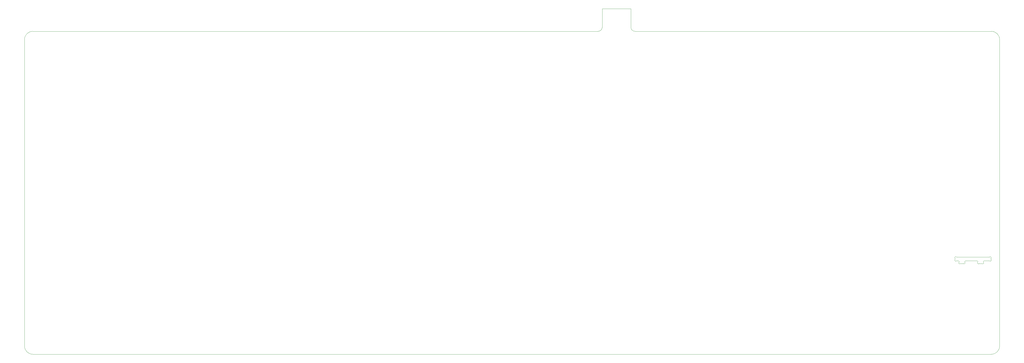
<source format=gm1>
%TF.GenerationSoftware,KiCad,Pcbnew,(6.0.0)*%
%TF.CreationDate,2022-03-06T17:03:46-05:00*%
%TF.ProjectId,keyboard0,6b657962-6f61-4726-9430-2e6b69636164,rev?*%
%TF.SameCoordinates,Original*%
%TF.FileFunction,Profile,NP*%
%FSLAX46Y46*%
G04 Gerber Fmt 4.6, Leading zero omitted, Abs format (unit mm)*
G04 Created by KiCad (PCBNEW (6.0.0)) date 2022-03-06 17:03:46*
%MOMM*%
%LPD*%
G01*
G04 APERTURE LIST*
%TA.AperFunction,Profile*%
%ADD10C,0.100000*%
%TD*%
%TA.AperFunction,Profile*%
%ADD11C,0.050000*%
%TD*%
G04 APERTURE END LIST*
D10*
X394468900Y-212711600D02*
X23017300Y-212711600D01*
X397643700Y-90481800D02*
X397643700Y-209536800D01*
X19842500Y-209536800D02*
X19842500Y-90481800D01*
X23017300Y-87307000D02*
X242078500Y-87307000D01*
X256365100Y-87307000D02*
X394468900Y-87307000D01*
X254777700Y-85719600D02*
G75*
G03*
X256365100Y-87307000I1587401J1D01*
G01*
X397643700Y-90481800D02*
G75*
G03*
X394468900Y-87307000I-3174799J1D01*
G01*
X23017300Y-87307000D02*
G75*
G03*
X19842500Y-90481800I-1J-3174799D01*
G01*
X394468900Y-212711600D02*
G75*
G03*
X397643700Y-209536800I1J3174799D01*
G01*
X19842500Y-209536800D02*
G75*
G03*
X23017300Y-212711600I3174799J-1D01*
G01*
X243665900Y-78576300D02*
X243665900Y-85719600D01*
X254777700Y-78576300D02*
X254777700Y-85719600D01*
X242078500Y-87307000D02*
G75*
G03*
X243665900Y-85719600I-1J1587401D01*
G01*
X254777700Y-78576300D02*
X243665900Y-78576300D01*
D11*
%TO.C,ROT2-1*%
X381925600Y-176644700D02*
X381925600Y-176944700D01*
X382475600Y-177494700D02*
X383575600Y-177494700D01*
X394275570Y-175894676D02*
X394275600Y-175494700D01*
X388975600Y-176444700D02*
X384325600Y-176444700D01*
X389725600Y-177494700D02*
X390825600Y-177494700D01*
X380375600Y-175894700D02*
X380375600Y-175494700D01*
X381725600Y-176444700D02*
X380925600Y-176444700D01*
X389175600Y-176644700D02*
X389175600Y-176944700D01*
X393725600Y-174944700D02*
X380925600Y-174944700D01*
X391375600Y-176644700D02*
X391375600Y-176944700D01*
X393725600Y-176444699D02*
X391575600Y-176444700D01*
X384125600Y-176644700D02*
X384125600Y-176944700D01*
X380925600Y-174944700D02*
G75*
G03*
X380375600Y-175494700I-300000J-250000D01*
G01*
X381925600Y-176944700D02*
G75*
G03*
X382475600Y-177494700I250000J-300000D01*
G01*
X389175600Y-176644700D02*
G75*
G03*
X388975600Y-176444700I-200001J-1D01*
G01*
X383575600Y-177494700D02*
G75*
G03*
X384125600Y-176944700I300000J250000D01*
G01*
X389175600Y-176944700D02*
G75*
G03*
X389725600Y-177494700I250000J-300000D01*
G01*
X394275600Y-175494700D02*
G75*
G03*
X393725600Y-174944700I-250000J300000D01*
G01*
X393725600Y-176444699D02*
G75*
G03*
X394275570Y-175894676I300000J249999D01*
G01*
X384325600Y-176444700D02*
G75*
G03*
X384125600Y-176644700I1J-200001D01*
G01*
X391575600Y-176444700D02*
G75*
G03*
X391375600Y-176644700I1J-200001D01*
G01*
X380375600Y-175894700D02*
G75*
G03*
X380925600Y-176444700I250000J-300000D01*
G01*
X381925600Y-176644700D02*
G75*
G03*
X381725600Y-176444700I-200001J-1D01*
G01*
X390825600Y-177494700D02*
G75*
G03*
X391375600Y-176944700I300000J250000D01*
G01*
%TD*%
M02*

</source>
